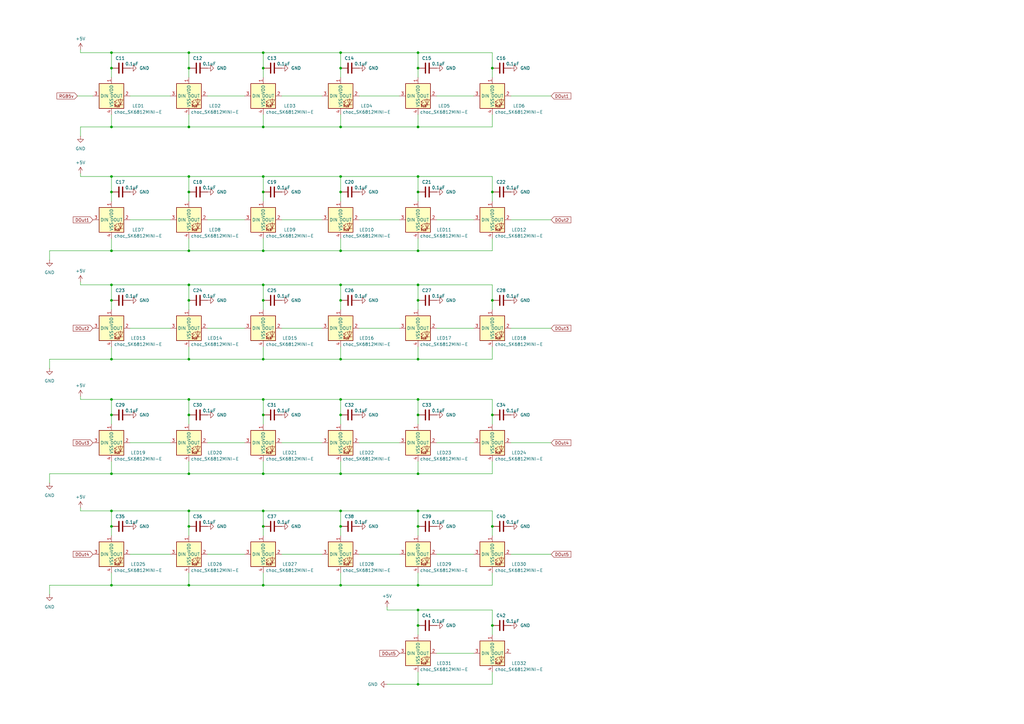
<source format=kicad_sch>
(kicad_sch (version 20231120) (generator "eeschema") (generator_version "8.0")
  (paper "A3")
  (lib_symbols
    (symbol "+5V_1" (power) (pin_names (offset 0))
      (property "Value" "+5V_1" (at 0 3.556 0))
      (symbol "+5V_1_0_1"
        (polyline (pts (xy -0.762 1.27) (xy 0 2.54)))
        (polyline (pts (xy 0 0) (xy 0 2.54)))
        (polyline (pts (xy 0 2.54) (xy 0.762 1.27)))
      )
      (symbol "+5V_1_1_1"
        (pin power_in line (at 0 0 90) (length 0) hide (name "+5V") (number "1"))
      )
    )
    (symbol "Device:C" (pin_numbers hide) (pin_names (offset 0.254))
      (property "Reference" "C" (at 0.635 2.54 0))
      (property "Value" "C" (at 0.635 -2.54 0))
      (symbol "C_0_1"
        (polyline (pts (xy -2.032 -0.762) (xy 2.032 -0.762)) (stroke (width 0.508)))
        (polyline (pts (xy -2.032 0.762) (xy 2.032 0.762)) (stroke (width 0.508)))
      )
      (symbol "C_1_1"
        (pin passive line (at 0 3.81 270) (length 2.794) (name "~") (number "1"))
        (pin passive line (at 0 -3.81 90) (length 2.794) (name "~") (number "2"))
      )
    )
    (symbol "PCM_marbastlib-choc:choc_SK6812MINI-E"
      (property "Reference" "LED" (at 2.54 6.35 0))
      (property "Value" "choc_SK6812MINI-E" (at 10.795 -6.35 0))
      (symbol "choc_SK6812MINI-E_0_0"
        (text "RGB" (at 2.286 -4.191 0) (effects (font (size 0.762 0.762))))
      )
      (symbol "choc_SK6812MINI-E_0_1"
        (rectangle (start -5.08 5.08) (end 5.08 -5.08) (stroke (width 0.254)) (fill (type background)))
        (polyline (pts (xy 1.27 -3.556) (xy 1.778 -3.556)))
        (polyline (pts (xy 1.27 -2.54) (xy 1.778 -2.54)))
        (polyline (pts (xy 4.699 -3.556) (xy 2.667 -3.556)))
        (polyline (pts (xy 2.286 -2.54) (xy 1.27 -3.556) (xy 1.27 -3.048)))
        (polyline (pts (xy 2.286 -1.524) (xy 1.27 -2.54) (xy 1.27 -2.032)))
        (polyline (pts (xy 3.683 -1.016) (xy 3.683 -3.556) (xy 3.683 -4.064)))
        (polyline (pts (xy 4.699 -1.524) (xy 2.667 -1.524) (xy 3.683 -3.556) (xy 4.699 -1.524)))
      )
      (symbol "choc_SK6812MINI-E_1_1"
        (pin power_in line (at 0 7.62 270) (length 2.54) (name "VDD") (number "1"))
        (pin output line (at 7.62 0 180) (length 2.54) (name "DOUT") (number "2"))
        (pin input line (at -7.62 0 0) (length 2.54) (name "DIN") (number "3"))
        (pin power_in line (at 0 -7.62 90) (length 2.54) (name "VSS") (number "4"))
      )
    )
    (symbol "power:GND" (power) (pin_numbers hide) (pin_names (offset 0) hide)
      (property "Value" "GND" (at 0 -3.81 0))
      (symbol "GND_0_1"
        (polyline (pts (xy 0 0) (xy 0 -1.27) (xy 1.27 -1.27) (xy 0 -2.54) (xy -1.27 -1.27) (xy 0 -1.27)))
      )
      (symbol "GND_1_1"
        (pin power_in line (at 0 0 270) (length 0) (name "~") (number "1"))
      )
    )
  )
  (junction (at 77.47 209.55))
  (junction (at 171.45 102.87))
  (junction (at 107.95 123.19))
  (junction (at 45.72 72.39))
  (junction (at 201.93 256.54))
  (junction (at 45.72 78.74))
  (junction (at 77.47 116.84))
  (junction (at 171.45 240.03))
  (junction (at 171.45 215.9))
  (junction (at 107.95 78.74))
  (junction (at 45.72 52.07))
  (junction (at 139.7 194.31))
  (junction (at 45.72 194.31))
  (junction (at 171.45 250.19))
  (junction (at 107.95 52.07))
  (junction (at 45.72 147.32))
  (junction (at 171.45 256.54))
  (junction (at 45.72 215.9))
  (junction (at 139.7 21.59))
  (junction (at 107.95 147.32))
  (junction (at 107.95 170.18))
  (junction (at 77.47 102.87))
  (junction (at 171.45 209.55))
  (junction (at 77.47 147.32))
  (junction (at 107.95 102.87))
  (junction (at 171.45 27.94))
  (junction (at 171.45 78.74))
  (junction (at 171.45 280.67))
  (junction (at 171.45 194.31))
  (junction (at 171.45 123.19))
  (junction (at 77.47 194.31))
  (junction (at 139.7 147.32))
  (junction (at 107.95 194.31))
  (junction (at 171.45 170.18))
  (junction (at 45.72 27.94))
  (junction (at 77.47 215.9))
  (junction (at 45.72 123.19))
  (junction (at 77.47 21.59))
  (junction (at 77.47 240.03))
  (junction (at 139.7 163.83))
  (junction (at 77.47 163.83))
  (junction (at 139.7 215.9))
  (junction (at 107.95 72.39))
  (junction (at 139.7 170.18))
  (junction (at 77.47 170.18))
  (junction (at 139.7 123.19))
  (junction (at 77.47 72.39))
  (junction (at 77.47 52.07))
  (junction (at 45.72 170.18))
  (junction (at 139.7 116.84))
  (junction (at 171.45 163.83))
  (junction (at 107.95 116.84))
  (junction (at 45.72 116.84))
  (junction (at 45.72 102.87))
  (junction (at 201.93 78.74))
  (junction (at 77.47 78.74))
  (junction (at 107.95 163.83))
  (junction (at 139.7 240.03))
  (junction (at 45.72 21.59))
  (junction (at 107.95 240.03))
  (junction (at 171.45 52.07))
  (junction (at 201.93 123.19))
  (junction (at 139.7 27.94))
  (junction (at 139.7 52.07))
  (junction (at 171.45 116.84))
  (junction (at 139.7 102.87))
  (junction (at 107.95 215.9))
  (junction (at 45.72 209.55))
  (junction (at 45.72 240.03))
  (junction (at 201.93 215.9))
  (junction (at 139.7 209.55))
  (junction (at 45.72 163.83))
  (junction (at 139.7 72.39))
  (junction (at 171.45 72.39))
  (junction (at 107.95 21.59))
  (junction (at 77.47 27.94))
  (junction (at 107.95 27.94))
  (junction (at 171.45 147.32))
  (junction (at 201.93 170.18))
  (junction (at 77.47 123.19))
  (junction (at 107.95 209.55))
  (junction (at 139.7 78.74))
  (junction (at 171.45 21.59))
  (junction (at 201.93 27.94))
  (wire (pts (xy 33.02 71.12) (xy 33.02 72.39)))
  (wire (pts (xy 45.72 21.59) (xy 77.47 21.59)))
  (wire (pts (xy 201.93 142.24) (xy 201.93 147.32)))
  (wire (pts (xy 45.72 52.07) (xy 33.02 52.07)))
  (wire (pts (xy 139.7 127) (xy 139.7 123.19)))
  (wire (pts (xy 107.95 21.59) (xy 139.7 21.59)))
  (wire (pts (xy 77.47 123.19) (xy 77.47 116.84)))
  (wire (pts (xy 171.45 147.32) (xy 139.7 147.32)))
  (wire (pts (xy 77.47 147.32) (xy 107.95 147.32)))
  (wire (pts (xy 171.45 97.79) (xy 171.45 102.87)))
  (wire (pts (xy 107.95 234.95) (xy 107.95 240.03)))
  (wire (pts (xy 201.93 123.19) (xy 201.93 116.84)))
  (wire (pts (xy 171.45 173.99) (xy 171.45 170.18)))
  (wire (pts (xy 139.7 209.55) (xy 171.45 209.55)))
  (wire (pts (xy 45.72 97.79) (xy 45.72 102.87)))
  (wire (pts (xy 107.95 27.94) (xy 107.95 21.59)))
  (wire (pts (xy 201.93 170.18) (xy 201.93 163.83)))
  (wire (pts (xy 20.32 240.03) (xy 45.72 240.03)))
  (wire (pts (xy 147.32 39.37) (xy 163.83 39.37)))
  (wire (pts (xy 139.7 240.03) (xy 107.95 240.03)))
  (wire (pts (xy 209.55 90.17) (xy 226.06 90.17)))
  (wire (pts (xy 77.47 21.59) (xy 107.95 21.59)))
  (wire (pts (xy 171.45 240.03) (xy 201.93 240.03)))
  (wire (pts (xy 158.75 248.92) (xy 158.75 250.19)))
  (wire (pts (xy 107.95 82.55) (xy 107.95 78.74)))
  (wire (pts (xy 107.95 31.75) (xy 107.95 27.94)))
  (wire (pts (xy 45.72 209.55) (xy 33.02 209.55)))
  (wire (pts (xy 20.32 102.87) (xy 20.32 106.68)))
  (wire (pts (xy 139.7 194.31) (xy 107.95 194.31)))
  (wire (pts (xy 33.02 208.28) (xy 33.02 209.55)))
  (wire (pts (xy 171.45 72.39) (xy 201.93 72.39)))
  (wire (pts (xy 139.7 234.95) (xy 139.7 240.03)))
  (wire (pts (xy 179.07 90.17) (xy 194.31 90.17)))
  (wire (pts (xy 139.7 27.94) (xy 139.7 21.59)))
  (wire (pts (xy 45.72 123.19) (xy 45.72 116.84)))
  (wire (pts (xy 20.32 194.31) (xy 20.32 198.12)))
  (wire (pts (xy 201.93 234.95) (xy 201.93 240.03)))
  (wire (pts (xy 53.34 134.62) (xy 69.85 134.62)))
  (wire (pts (xy 201.93 173.99) (xy 201.93 170.18)))
  (wire (pts (xy 171.45 46.99) (xy 171.45 52.07)))
  (wire (pts (xy 209.55 227.33) (xy 226.06 227.33)))
  (wire (pts (xy 77.47 194.31) (xy 45.72 194.31)))
  (wire (pts (xy 171.45 163.83) (xy 201.93 163.83)))
  (wire (pts (xy 171.45 116.84) (xy 201.93 116.84)))
  (wire (pts (xy 209.55 181.61) (xy 226.06 181.61)))
  (wire (pts (xy 139.7 52.07) (xy 107.95 52.07)))
  (wire (pts (xy 107.95 215.9) (xy 107.95 209.55)))
  (wire (pts (xy 107.95 127) (xy 107.95 123.19)))
  (wire (pts (xy 171.45 219.71) (xy 171.45 215.9)))
  (wire (pts (xy 115.57 39.37) (xy 132.08 39.37)))
  (wire (pts (xy 45.72 219.71) (xy 45.72 215.9)))
  (wire (pts (xy 45.72 189.23) (xy 45.72 194.31)))
  (wire (pts (xy 85.09 227.33) (xy 100.33 227.33)))
  (wire (pts (xy 139.7 173.99) (xy 139.7 170.18)))
  (wire (pts (xy 77.47 189.23) (xy 77.47 194.31)))
  (wire (pts (xy 139.7 123.19) (xy 139.7 116.84)))
  (wire (pts (xy 147.32 181.61) (xy 163.83 181.61)))
  (wire (pts (xy 77.47 116.84) (xy 107.95 116.84)))
  (wire (pts (xy 201.93 127) (xy 201.93 123.19)))
  (wire (pts (xy 139.7 82.55) (xy 139.7 78.74)))
  (wire (pts (xy 77.47 163.83) (xy 107.95 163.83)))
  (wire (pts (xy 171.45 194.31) (xy 201.93 194.31)))
  (wire (pts (xy 45.72 82.55) (xy 45.72 78.74)))
  (wire (pts (xy 171.45 215.9) (xy 171.45 209.55)))
  (wire (pts (xy 139.7 97.79) (xy 139.7 102.87)))
  (wire (pts (xy 171.45 27.94) (xy 171.45 21.59)))
  (wire (pts (xy 171.45 194.31) (xy 139.7 194.31)))
  (wire (pts (xy 77.47 97.79) (xy 77.47 102.87)))
  (wire (pts (xy 139.7 31.75) (xy 139.7 27.94)))
  (wire (pts (xy 77.47 82.55) (xy 77.47 78.74)))
  (wire (pts (xy 139.7 142.24) (xy 139.7 147.32)))
  (wire (pts (xy 33.02 52.07) (xy 33.02 55.88)))
  (wire (pts (xy 179.07 227.33) (xy 194.31 227.33)))
  (wire (pts (xy 107.95 170.18) (xy 107.95 163.83)))
  (wire (pts (xy 77.47 142.24) (xy 77.47 147.32)))
  (wire (pts (xy 171.45 250.19) (xy 158.75 250.19)))
  (wire (pts (xy 171.45 31.75) (xy 171.45 27.94)))
  (wire (pts (xy 201.93 27.94) (xy 201.93 21.59)))
  (wire (pts (xy 201.93 189.23) (xy 201.93 194.31)))
  (wire (pts (xy 45.72 215.9) (xy 45.72 209.55)))
  (wire (pts (xy 20.32 147.32) (xy 45.72 147.32)))
  (wire (pts (xy 209.55 134.62) (xy 226.06 134.62)))
  (wire (pts (xy 45.72 127) (xy 45.72 123.19)))
  (wire (pts (xy 33.02 162.56) (xy 33.02 163.83)))
  (wire (pts (xy 77.47 78.74) (xy 77.47 72.39)))
  (wire (pts (xy 45.72 21.59) (xy 33.02 21.59)))
  (wire (pts (xy 171.45 280.67) (xy 201.93 280.67)))
  (wire (pts (xy 77.47 147.32) (xy 45.72 147.32)))
  (wire (pts (xy 45.72 234.95) (xy 45.72 240.03)))
  (wire (pts (xy 139.7 219.71) (xy 139.7 215.9)))
  (wire (pts (xy 77.47 219.71) (xy 77.47 215.9)))
  (wire (pts (xy 147.32 227.33) (xy 163.83 227.33)))
  (wire (pts (xy 139.7 170.18) (xy 139.7 163.83)))
  (wire (pts (xy 107.95 123.19) (xy 107.95 116.84)))
  (wire (pts (xy 179.07 134.62) (xy 194.31 134.62)))
  (wire (pts (xy 171.45 78.74) (xy 171.45 72.39)))
  (wire (pts (xy 139.7 163.83) (xy 171.45 163.83)))
  (wire (pts (xy 85.09 181.61) (xy 100.33 181.61)))
  (wire (pts (xy 20.32 194.31) (xy 45.72 194.31)))
  (wire (pts (xy 171.45 123.19) (xy 171.45 116.84)))
  (wire (pts (xy 115.57 90.17) (xy 132.08 90.17)))
  (wire (pts (xy 171.45 102.87) (xy 139.7 102.87)))
  (wire (pts (xy 139.7 102.87) (xy 107.95 102.87)))
  (wire (pts (xy 85.09 90.17) (xy 100.33 90.17)))
  (wire (pts (xy 107.95 189.23) (xy 107.95 194.31)))
  (wire (pts (xy 20.32 240.03) (xy 20.32 243.84)))
  (wire (pts (xy 45.72 163.83) (xy 77.47 163.83)))
  (wire (pts (xy 171.45 52.07) (xy 201.93 52.07)))
  (wire (pts (xy 171.45 250.19) (xy 201.93 250.19)))
  (wire (pts (xy 107.95 97.79) (xy 107.95 102.87)))
  (wire (pts (xy 115.57 134.62) (xy 132.08 134.62)))
  (wire (pts (xy 45.72 116.84) (xy 33.02 116.84)))
  (wire (pts (xy 139.7 78.74) (xy 139.7 72.39)))
  (wire (pts (xy 201.93 260.35) (xy 201.93 256.54)))
  (wire (pts (xy 85.09 134.62) (xy 100.33 134.62)))
  (wire (pts (xy 45.72 72.39) (xy 33.02 72.39)))
  (wire (pts (xy 45.72 46.99) (xy 45.72 52.07)))
  (wire (pts (xy 45.72 116.84) (xy 77.47 116.84)))
  (wire (pts (xy 115.57 181.61) (xy 132.08 181.61)))
  (wire (pts (xy 77.47 46.99) (xy 77.47 52.07)))
  (wire (pts (xy 107.95 72.39) (xy 139.7 72.39)))
  (wire (pts (xy 77.47 173.99) (xy 77.47 170.18)))
  (wire (pts (xy 53.34 181.61) (xy 69.85 181.61)))
  (wire (pts (xy 209.55 39.37) (xy 226.06 39.37)))
  (wire (pts (xy 77.47 234.95) (xy 77.47 240.03)))
  (wire (pts (xy 107.95 209.55) (xy 139.7 209.55)))
  (wire (pts (xy 171.45 147.32) (xy 201.93 147.32)))
  (wire (pts (xy 45.72 209.55) (xy 77.47 209.55)))
  (wire (pts (xy 115.57 227.33) (xy 132.08 227.33)))
  (wire (pts (xy 107.95 163.83) (xy 139.7 163.83)))
  (wire (pts (xy 77.47 209.55) (xy 107.95 209.55)))
  (wire (pts (xy 107.95 173.99) (xy 107.95 170.18)))
  (wire (pts (xy 171.45 127) (xy 171.45 123.19)))
  (wire (pts (xy 77.47 31.75) (xy 77.47 27.94)))
  (wire (pts (xy 147.32 134.62) (xy 163.83 134.62)))
  (wire (pts (xy 45.72 31.75) (xy 45.72 27.94)))
  (wire (pts (xy 171.45 260.35) (xy 171.45 256.54)))
  (wire (pts (xy 45.72 170.18) (xy 45.72 163.83)))
  (wire (pts (xy 179.07 39.37) (xy 194.31 39.37)))
  (wire (pts (xy 77.47 240.03) (xy 107.95 240.03)))
  (wire (pts (xy 45.72 173.99) (xy 45.72 170.18)))
  (wire (pts (xy 201.93 256.54) (xy 201.93 250.19)))
  (wire (pts (xy 77.47 194.31) (xy 107.95 194.31)))
  (wire (pts (xy 139.7 21.59) (xy 171.45 21.59)))
  (wire (pts (xy 53.34 90.17) (xy 69.85 90.17)))
  (wire (pts (xy 171.45 102.87) (xy 201.93 102.87)))
  (wire (pts (xy 171.45 170.18) (xy 171.45 163.83)))
  (wire (pts (xy 107.95 116.84) (xy 139.7 116.84)))
  (wire (pts (xy 171.45 240.03) (xy 139.7 240.03)))
  (wire (pts (xy 77.47 27.94) (xy 77.47 21.59)))
  (wire (pts (xy 107.95 142.24) (xy 107.95 147.32)))
  (wire (pts (xy 33.02 20.32) (xy 33.02 21.59)))
  (wire (pts (xy 139.7 116.84) (xy 171.45 116.84)))
  (wire (pts (xy 171.45 142.24) (xy 171.45 147.32)))
  (wire (pts (xy 45.72 142.24) (xy 45.72 147.32)))
  (wire (pts (xy 201.93 31.75) (xy 201.93 27.94)))
  (wire (pts (xy 77.47 72.39) (xy 107.95 72.39)))
  (wire (pts (xy 201.93 46.99) (xy 201.93 52.07)))
  (wire (pts (xy 147.32 90.17) (xy 163.83 90.17)))
  (wire (pts (xy 171.45 189.23) (xy 171.45 194.31)))
  (wire (pts (xy 53.34 227.33) (xy 69.85 227.33)))
  (wire (pts (xy 171.45 275.59) (xy 171.45 280.67)))
  (wire (pts (xy 77.47 240.03) (xy 45.72 240.03)))
  (wire (pts (xy 107.95 219.71) (xy 107.95 215.9)))
  (wire (pts (xy 179.07 181.61) (xy 194.31 181.61)))
  (wire (pts (xy 77.47 52.07) (xy 45.72 52.07)))
  (wire (pts (xy 45.72 27.94) (xy 45.72 21.59)))
  (wire (pts (xy 201.93 82.55) (xy 201.93 78.74)))
  (wire (pts (xy 139.7 46.99) (xy 139.7 52.07)))
  (wire (pts (xy 33.02 115.57) (xy 33.02 116.84)))
  (wire (pts (xy 77.47 170.18) (xy 77.47 163.83)))
  (wire (pts (xy 77.47 127) (xy 77.47 123.19)))
  (wire (pts (xy 107.95 78.74) (xy 107.95 72.39)))
  (wire (pts (xy 171.45 52.07) (xy 139.7 52.07)))
  (wire (pts (xy 201.93 219.71) (xy 201.93 215.9)))
  (wire (pts (xy 77.47 102.87) (xy 45.72 102.87)))
  (wire (pts (xy 53.34 39.37) (xy 69.85 39.37)))
  (wire (pts (xy 20.32 147.32) (xy 20.32 151.13)))
  (wire (pts (xy 171.45 256.54) (xy 171.45 250.19)))
  (wire (pts (xy 45.72 78.74) (xy 45.72 72.39)))
  (wire (pts (xy 171.45 280.67) (xy 158.75 280.67)))
  (wire (pts (xy 139.7 147.32) (xy 107.95 147.32)))
  (wire (pts (xy 139.7 215.9) (xy 139.7 209.55)))
  (wire (pts (xy 201.93 78.74) (xy 201.93 72.39)))
  (wire (pts (xy 171.45 209.55) (xy 201.93 209.55)))
  (wire (pts (xy 77.47 215.9) (xy 77.47 209.55)))
  (wire (pts (xy 85.09 39.37) (xy 100.33 39.37)))
  (wire (pts (xy 139.7 72.39) (xy 171.45 72.39)))
  (wire (pts (xy 45.72 163.83) (xy 33.02 163.83)))
  (wire (pts (xy 201.93 275.59) (xy 201.93 280.67)))
  (wire (pts (xy 77.47 102.87) (xy 107.95 102.87)))
  (wire (pts (xy 20.32 102.87) (xy 45.72 102.87)))
  (wire (pts (xy 77.47 52.07) (xy 107.95 52.07)))
  (wire (pts (xy 45.72 72.39) (xy 77.47 72.39)))
  (wire (pts (xy 171.45 21.59) (xy 201.93 21.59)))
  (wire (pts (xy 201.93 97.79) (xy 201.93 102.87)))
  (wire (pts (xy 201.93 215.9) (xy 201.93 209.55)))
  (wire (pts (xy 31.75 39.37) (xy 38.1 39.37)))
  (wire (pts (xy 171.45 82.55) (xy 171.45 78.74)))
  (wire (pts (xy 179.07 267.97) (xy 194.31 267.97)))
  (wire (pts (xy 171.45 234.95) (xy 171.45 240.03)))
  (wire (pts (xy 139.7 189.23) (xy 139.7 194.31)))
  (wire (pts (xy 107.95 46.99) (xy 107.95 52.07)))
  (global_label "DOut2" (shape input) (at 226.06 90.17 0) (property "Intersheetrefs" "${INTERSHEET_REFS}" (effects (hide yes))))
  (global_label "DOut2" (shape input) (at 38.1 134.62 180) (property "Intersheetrefs" "${INTERSHEET_REFS}" (effects (hide yes))))
  (global_label "DOut4" (shape input) (at 38.1 227.33 180) (property "Intersheetrefs" "${INTERSHEET_REFS}" (effects (hide yes))))
  (global_label "DOut1" (shape input) (at 38.1 90.17 180) (property "Intersheetrefs" "${INTERSHEET_REFS}" (effects (hide yes))))
  (global_label "DOut1" (shape input) (at 226.06 39.37 0) (property "Intersheetrefs" "${INTERSHEET_REFS}" (effects (hide yes))))
  (global_label "DOut5" (shape input) (at 163.83 267.97 180) (property "Intersheetrefs" "${INTERSHEET_REFS}" (effects (hide yes))))
  (global_label "DOut3" (shape input) (at 226.06 134.62 0) (property "Intersheetrefs" "${INTERSHEET_REFS}" (effects (hide yes))))
  (global_label "DOut4" (shape input) (at 226.06 181.61 0) (property "Intersheetrefs" "${INTERSHEET_REFS}" (effects (hide yes))))
  (global_label "DOut5" (shape input) (at 226.06 227.33 0) (property "Intersheetrefs" "${INTERSHEET_REFS}" (effects (hide yes))))
  (global_label "DOut3" (shape input) (at 38.1 181.61 180) (property "Intersheetrefs" "${INTERSHEET_REFS}" (effects (hide yes))))
  (global_label "RGB5v" (shape input) (at 31.75 39.37 180) (property "Intersheetrefs" "${INTERSHEET_REFS}" (effects (hide yes))))
  (symbol (lib_id "Device:C") (at 111.76 78.74 90) (unit 1)
    (property "Reference" "C19" (at 111.506 74.676 90))
    (property "Value" "0.1uF" (at 116.332 76.962 90))
    (property "Footprint" "Capacitor_SMD:C_0402_1005Metric" (effects (hide yes)))
    (property "Description" "Unpolarized capacitor" (effects (hide yes)))
  )
  (symbol (lib_id "Device:C") (at 111.76 170.18 90) (unit 1)
    (property "Reference" "C31" (at 111.506 166.116 90))
    (property "Value" "0.1uF" (at 116.332 168.402 90))
    (property "Footprint" "Capacitor_SMD:C_0402_1005Metric" (effects (hide yes)))
    (property "Description" "Unpolarized capacitor" (effects (hide yes)))
  )
  (symbol (lib_id "PCM_marbastlib-choc:choc_SK6812MINI-E") (at 107.95 90.17 0) (unit 1)
    (property "Reference" "LED9" (at 118.872 94.234 0))
    (property "Value" "choc_SK6812MINI-E" (at 118.872 96.774 0))
    (property "Footprint" "PCM_marbastlib-choc:LED_choc_6028R" (effects (hide yes)))
    (property "Description" "Reverse mount adressable LED (WS2812 protocol)" (effects (hide yes)))
  )
  (symbol (lib_id "PCM_marbastlib-choc:choc_SK6812MINI-E") (at 201.93 227.33 0) (unit 1)
    (property "Reference" "LED30" (at 212.852 231.394 0))
    (property "Value" "choc_SK6812MINI-E" (at 212.852 233.934 0))
    (property "Footprint" "PCM_marbastlib-choc:LED_choc_6028R" (effects (hide yes)))
    (property "Description" "Reverse mount adressable LED (WS2812 protocol)" (effects (hide yes)))
  )
  (symbol (lib_id "power:GND") (at 179.07 215.9 90) (unit 1)
    (property "Reference" "#PWR053" (effects (hide yes)))
    (property "Value" "GND" (at 182.88 215.8999 90) (effects (justify right)))
    (property "Description" "Power symbol creates a global label with name \"GND\" , ground" (effects (hide yes)))
  )
  (symbol (lib_id "Device:C") (at 81.28 123.19 90) (unit 1)
    (property "Reference" "C24" (at 81.026 119.126 90))
    (property "Value" "0.1uF" (at 85.852 121.412 90))
    (property "Footprint" "Capacitor_SMD:C_0402_1005Metric" (effects (hide yes)))
    (property "Description" "Unpolarized capacitor" (effects (hide yes)))
  )
  (symbol (lib_id "PCM_marbastlib-choc:choc_SK6812MINI-E") (at 45.72 227.33 0) (unit 1)
    (property "Reference" "LED25" (at 56.642 231.394 0))
    (property "Value" "choc_SK6812MINI-E" (at 56.642 233.934 0))
    (property "Footprint" "PCM_marbastlib-choc:LED_choc_6028R" (effects (hide yes)))
    (property "Description" "Reverse mount adressable LED (WS2812 protocol)" (effects (hide yes)))
  )
  (symbol (lib_id "Device:C") (at 205.74 215.9 90) (unit 1)
    (property "Reference" "C40" (at 205.486 211.836 90))
    (property "Value" "0.1uF" (at 210.312 214.122 90))
    (property "Footprint" "Capacitor_SMD:C_0402_1005Metric" (effects (hide yes)))
    (property "Description" "Unpolarized capacitor" (effects (hide yes)))
  )
  (symbol (lib_id "Device:C") (at 205.74 27.94 90) (unit 1)
    (property "Reference" "C16" (at 205.486 23.876 90))
    (property "Value" "0.1uF" (at 210.312 26.162 90))
    (property "Footprint" "Capacitor_SMD:C_0402_1005Metric" (effects (hide yes)))
    (property "Description" "Unpolarized capacitor" (effects (hide yes)))
  )
  (symbol (lib_id "power:GND") (at 209.55 256.54 90) (unit 1)
    (property "Reference" "#PWR058" (effects (hide yes)))
    (property "Value" "GND" (at 213.36 256.5399 90) (effects (justify right)))
    (property "Description" "Power symbol creates a global label with name \"GND\" , ground" (effects (hide yes)))
  )
  (symbol (lib_id "PCM_marbastlib-choc:choc_SK6812MINI-E") (at 77.47 181.61 0) (unit 1)
    (property "Reference" "LED20" (at 88.138 185.674 0))
    (property "Value" "choc_SK6812MINI-E" (at 88.138 188.214 0))
    (property "Footprint" "PCM_marbastlib-choc:LED_choc_6028R" (effects (hide yes)))
    (property "Description" "Reverse mount adressable LED (WS2812 protocol)" (effects (hide yes)))
  )
  (symbol (lib_id "PCM_marbastlib-choc:choc_SK6812MINI-E") (at 171.45 181.61 0) (unit 1)
    (property "Reference" "LED23" (at 182.118 185.674 0))
    (property "Value" "choc_SK6812MINI-E" (at 182.118 188.214 0))
    (property "Footprint" "PCM_marbastlib-choc:LED_choc_6028R" (effects (hide yes)))
    (property "Description" "Reverse mount adressable LED (WS2812 protocol)" (effects (hide yes)))
  )
  (symbol (lib_id "power:GND") (at 115.57 215.9 90) (unit 1)
    (property "Reference" "#PWR051" (effects (hide yes)))
    (property "Value" "GND" (at 119.38 215.8999 90) (effects (justify right)))
    (property "Description" "Power symbol creates a global label with name \"GND\" , ground" (effects (hide yes)))
  )
  (symbol (lib_id "Device:C") (at 143.51 215.9 90) (unit 1)
    (property "Reference" "C38" (at 143.256 211.836 90))
    (property "Value" "0.1uF" (at 148.082 214.122 90))
    (property "Footprint" "Capacitor_SMD:C_0402_1005Metric" (effects (hide yes)))
    (property "Description" "Unpolarized capacitor" (effects (hide yes)))
  )
  (symbol (lib_id "PCM_marbastlib-choc:choc_SK6812MINI-E") (at 77.47 39.37 0) (unit 1)
    (property "Reference" "LED2" (at 88.138 43.434 0))
    (property "Value" "choc_SK6812MINI-E" (at 88.138 45.974 0))
    (property "Footprint" "PCM_marbastlib-choc:LED_choc_6028R" (effects (hide yes)))
    (property "Description" "Reverse mount adressable LED (WS2812 protocol)" (effects (hide yes)))
  )
  (symbol (lib_id "Device:C") (at 175.26 256.54 90) (unit 1)
    (property "Reference" "C41" (at 175.006 252.476 90))
    (property "Value" "0.1uF" (at 179.832 254.762 90))
    (property "Footprint" "Capacitor_SMD:C_0402_1005Metric" (effects (hide yes)))
    (property "Description" "Unpolarized capacitor" (effects (hide yes)))
  )
  (symbol (lib_id "Device:C") (at 205.74 256.54 90) (unit 1)
    (property "Reference" "C42" (at 205.486 252.476 90))
    (property "Value" "0.1uF" (at 210.312 254.762 90))
    (property "Footprint" "Capacitor_SMD:C_0402_1005Metric" (effects (hide yes)))
    (property "Description" "Unpolarized capacitor" (effects (hide yes)))
  )
  (symbol (lib_id "Device:C") (at 143.51 27.94 90) (unit 1)
    (property "Reference" "C14" (at 143.256 23.876 90))
    (property "Value" "0.1uF" (at 148.082 26.162 90))
    (property "Footprint" "Capacitor_SMD:C_0402_1005Metric" (effects (hide yes)))
    (property "Description" "Unpolarized capacitor" (effects (hide yes)))
  )
  (symbol (lib_id "Device:C") (at 49.53 170.18 90) (unit 1)
    (property "Reference" "C29" (at 49.276 166.116 90))
    (property "Value" "0.1uF" (at 54.102 168.402 90))
    (property "Footprint" "Capacitor_SMD:C_0402_1005Metric" (effects (hide yes)))
    (property "Description" "Unpolarized capacitor" (effects (hide yes)))
  )
  (symbol (lib_id "power:GND") (at 147.32 123.19 90) (unit 1)
    (property "Reference" "#PWR036" (effects (hide yes)))
    (property "Value" "GND" (at 151.13 123.1899 90) (effects (justify right)))
    (property "Description" "Power symbol creates a global label with name \"GND\" , ground" (effects (hide yes)))
  )
  (symbol (lib_id "power:GND") (at 179.07 256.54 90) (unit 1)
    (property "Reference" "#PWR057" (effects (hide yes)))
    (property "Value" "GND" (at 182.88 256.5399 90) (effects (justify right)))
    (property "Description" "Power symbol creates a global label with name \"GND\" , ground" (effects (hide yes)))
  )
  (symbol (lib_id "power:GND") (at 53.34 27.94 90) (unit 1)
    (property "Reference" "#PWR017" (effects (hide yes)))
    (property "Value" "GND" (at 57.15 27.9399 90) (effects (justify right)))
    (property "Description" "Power symbol creates a global label with name \"GND\" , ground" (effects (hide yes)))
  )
  (symbol (lib_id "power:GND") (at 179.07 78.74 90) (unit 1)
    (property "Reference" "#PWR029" (effects (hide yes)))
    (property "Value" "GND" (at 182.88 78.7399 90) (effects (justify right)))
    (property "Description" "Power symbol creates a global label with name \"GND\" , ground" (effects (hide yes)))
  )
  (symbol (lib_id "power:GND") (at 20.32 198.12 0) (unit 1)
    (property "Reference" "#PWR047" (effects (hide yes)))
    (property "Value" "GND" (at 20.32 203.2 0))
    (property "Description" "Power symbol creates a global label with name \"GND\" , ground" (effects (hide yes)))
  )
  (symbol (lib_id "power:GND") (at 147.32 215.9 90) (unit 1)
    (property "Reference" "#PWR052" (effects (hide yes)))
    (property "Value" "GND" (at 151.13 215.8999 90) (effects (justify right)))
    (property "Description" "Power symbol creates a global label with name \"GND\" , ground" (effects (hide yes)))
  )
  (symbol (lib_id "power:GND") (at 85.09 27.94 90) (unit 1)
    (property "Reference" "#PWR018" (effects (hide yes)))
    (property "Value" "GND" (at 88.9 27.9399 90) (effects (justify right)))
    (property "Description" "Power symbol creates a global label with name \"GND\" , ground" (effects (hide yes)))
  )
  (symbol (lib_id "power:GND") (at 53.34 170.18 90) (unit 1)
    (property "Reference" "#PWR041" (effects (hide yes)))
    (property "Value" "GND" (at 57.15 170.1799 90) (effects (justify right)))
    (property "Description" "Power symbol creates a global label with name \"GND\" , ground" (effects (hide yes)))
  )
  (symbol (lib_id "PCM_marbastlib-choc:choc_SK6812MINI-E") (at 201.93 267.97 0) (unit 1)
    (property "Reference" "LED32" (at 212.852 272.034 0))
    (property "Value" "choc_SK6812MINI-E" (at 212.852 274.574 0))
    (property "Footprint" "PCM_marbastlib-choc:LED_choc_6028R" (effects (hide yes)))
    (property "Description" "Reverse mount adressable LED (WS2812 protocol)" (effects (hide yes)))
  )
  (symbol (lib_id "PCM_marbastlib-choc:choc_SK6812MINI-E") (at 139.7 39.37 0) (unit 1)
    (property "Reference" "LED4" (at 150.368 43.434 0))
    (property "Value" "choc_SK6812MINI-E" (at 150.368 45.974 0))
    (property "Footprint" "PCM_marbastlib-choc:LED_choc_6028R" (effects (hide yes)))
    (property "Description" "Reverse mount adressable LED (WS2812 protocol)" (effects (hide yes)))
  )
  (symbol (lib_id "Device:C") (at 175.26 170.18 90) (unit 1)
    (property "Reference" "C33" (at 175.006 166.116 90))
    (property "Value" "0.1uF" (at 179.832 168.402 90))
    (property "Footprint" "Capacitor_SMD:C_0402_1005Metric" (effects (hide yes)))
    (property "Description" "Unpolarized capacitor" (effects (hide yes)))
  )
  (symbol (lib_id "PCM_marbastlib-choc:choc_SK6812MINI-E") (at 139.7 181.61 0) (unit 1)
    (property "Reference" "LED22" (at 150.368 185.674 0))
    (property "Value" "choc_SK6812MINI-E" (at 150.368 188.214 0))
    (property "Footprint" "PCM_marbastlib-choc:LED_choc_6028R" (effects (hide yes)))
    (property "Description" "Reverse mount adressable LED (WS2812 protocol)" (effects (hide yes)))
  )
  (symbol (lib_id "PCM_marbastlib-choc:choc_SK6812MINI-E") (at 45.72 134.62 0) (unit 1)
    (property "Reference" "LED13" (at 56.642 138.684 0))
    (property "Value" "choc_SK6812MINI-E" (at 56.642 141.224 0))
    (property "Footprint" "PCM_marbastlib-choc:LED_choc_6028R" (effects (hide yes)))
    (property "Description" "Reverse mount adressable LED (WS2812 protocol)" (effects (hide yes)))
  )
  (symbol (lib_id "PCM_marbastlib-choc:choc_SK6812MINI-E") (at 45.72 90.17 0) (unit 1)
    (property "Reference" "LED7" (at 56.642 94.234 0))
    (property "Value" "choc_SK6812MINI-E" (at 56.642 96.774 0))
    (property "Footprint" "PCM_marbastlib-choc:LED_choc_6028R" (effects (hide yes)))
    (property "Description" "Reverse mount adressable LED (WS2812 protocol)" (effects (hide yes)))
  )
  (symbol (lib_id "Device:C") (at 143.51 78.74 90) (unit 1)
    (property "Reference" "C20" (at 143.256 74.676 90))
    (property "Value" "0.1uF" (at 148.082 76.962 90))
    (property "Footprint" "Capacitor_SMD:C_0402_1005Metric" (effects (hide yes)))
    (property "Description" "Unpolarized capacitor" (effects (hide yes)))
  )
  (symbol (lib_id "power:GND") (at 158.75 280.67 270) (unit 1)
    (property "Reference" "#PWR059" (effects (hide yes)))
    (property "Value" "GND" (at 154.94 280.6699 90) (effects (justify right)))
    (property "Description" "Power symbol creates a global label with name \"GND\" , ground" (effects (hide yes)))
  )
  (symbol (lib_id "Device:C") (at 111.76 123.19 90) (unit 1)
    (property "Reference" "C25" (at 111.506 119.126 90))
    (property "Value" "0.1uF" (at 116.332 121.412 90))
    (property "Footprint" "Capacitor_SMD:C_0402_1005Metric" (effects (hide yes)))
    (property "Description" "Unpolarized capacitor" (effects (hide yes)))
  )
  (symbol (lib_id "PCM_marbastlib-choc:choc_SK6812MINI-E") (at 171.45 227.33 0) (unit 1)
    (property "Reference" "LED29" (at 182.118 231.394 0))
    (property "Value" "choc_SK6812MINI-E" (at 182.118 233.934 0))
    (property "Footprint" "PCM_marbastlib-choc:LED_choc_6028R" (effects (hide yes)))
    (property "Description" "Reverse mount adressable LED (WS2812 protocol)" (effects (hide yes)))
  )
  (symbol (lib_id "power:GND") (at 115.57 170.18 90) (unit 1)
    (property "Reference" "#PWR043" (effects (hide yes)))
    (property "Value" "GND" (at 119.38 170.1799 90) (effects (justify right)))
    (property "Description" "Power symbol creates a global label with name \"GND\" , ground" (effects (hide yes)))
  )
  (symbol (lib_id "power:GND") (at 20.32 243.84 0) (unit 1)
    (property "Reference" "#PWR055" (effects (hide yes)))
    (property "Value" "GND" (at 20.32 248.92 0))
    (property "Description" "Power symbol creates a global label with name \"GND\" , ground" (effects (hide yes)))
  )
  (symbol (lib_id "Device:C") (at 143.51 170.18 90) (unit 1)
    (property "Reference" "C32" (at 143.256 166.116 90))
    (property "Value" "0.1uF" (at 148.082 168.402 90))
    (property "Footprint" "Capacitor_SMD:C_0402_1005Metric" (effects (hide yes)))
    (property "Description" "Unpolarized capacitor" (effects (hide yes)))
  )
  (symbol (lib_id "Device:C") (at 49.53 27.94 90) (unit 1)
    (property "Reference" "C11" (at 49.276 23.876 90))
    (property "Value" "0.1uF" (at 54.102 26.162 90))
    (property "Footprint" "Capacitor_SMD:C_0402_1005Metric" (effects (hide yes)))
    (property "Description" "Unpolarized capacitor" (effects (hide yes)))
  )
  (symbol (lib_id "Device:C") (at 111.76 215.9 90) (unit 1)
    (property "Reference" "C37" (at 111.506 211.836 90))
    (property "Value" "0.1uF" (at 116.332 214.122 90))
    (property "Footprint" "Capacitor_SMD:C_0402_1005Metric" (effects (hide yes)))
    (property "Description" "Unpolarized capacitor" (effects (hide yes)))
  )
  (symbol (lib_id "power:GND") (at 33.02 55.88 0) (unit 1)
    (property "Reference" "#PWR023" (effects (hide yes)))
    (property "Value" "GND" (at 33.02 60.96 0))
    (property "Description" "Power symbol creates a global label with name \"GND\" , ground" (effects (hide yes)))
  )
  (symbol (lib_id "Device:C") (at 111.76 27.94 90) (unit 1)
    (property "Reference" "C13" (at 111.506 23.876 90))
    (property "Value" "0.1uF" (at 116.332 26.162 90))
    (property "Footprint" "Capacitor_SMD:C_0402_1005Metric" (effects (hide yes)))
    (property "Description" "Unpolarized capacitor" (effects (hide yes)))
  )
  (symbol (lib_id "Device:C") (at 143.51 123.19 90) (unit 1)
    (property "Reference" "C26" (at 143.256 119.126 90))
    (property "Value" "0.1uF" (at 148.082 121.412 90))
    (property "Footprint" "Capacitor_SMD:C_0402_1005Metric" (effects (hide yes)))
    (property "Description" "Unpolarized capacitor" (effects (hide yes)))
  )
  (symbol (lib_id "power:GND") (at 209.55 27.94 90) (unit 1)
    (property "Reference" "#PWR022" (effects (hide yes)))
    (property "Value" "GND" (at 213.36 27.9399 90) (effects (justify right)))
    (property "Description" "Power symbol creates a global label with name \"GND\" , ground" (effects (hide yes)))
  )
  (symbol (lib_id "PCM_marbastlib-choc:choc_SK6812MINI-E") (at 139.7 90.17 0) (unit 1)
    (property "Reference" "LED10" (at 150.368 94.234 0))
    (property "Value" "choc_SK6812MINI-E" (at 150.368 96.774 0))
    (property "Footprint" "PCM_marbastlib-choc:LED_choc_6028R" (effects (hide yes)))
    (property "Description" "Reverse mount adressable LED (WS2812 protocol)" (effects (hide yes)))
  )
  (symbol (lib_id "PCM_marbastlib-choc:choc_SK6812MINI-E") (at 171.45 134.62 0) (unit 1)
    (property "Reference" "LED17" (at 182.118 138.684 0))
    (property "Value" "choc_SK6812MINI-E" (at 182.118 141.224 0))
    (property "Footprint" "PCM_marbastlib-choc:LED_choc_6028R" (effects (hide yes)))
    (property "Description" "Reverse mount adressable LED (WS2812 protocol)" (effects (hide yes)))
  )
  (symbol (lib_id "Device:C") (at 175.26 215.9 90) (unit 1)
    (property "Reference" "C39" (at 175.006 211.836 90))
    (property "Value" "0.1uF" (at 179.832 214.122 90))
    (property "Footprint" "Capacitor_SMD:C_0402_1005Metric" (effects (hide yes)))
    (property "Description" "Unpolarized capacitor" (effects (hide yes)))
  )
  (symbol (lib_id "power:GND") (at 209.55 215.9 90) (unit 1)
    (property "Reference" "#PWR054" (effects (hide yes)))
    (property "Value" "GND" (at 213.36 215.8999 90) (effects (justify right)))
    (property "Description" "Power symbol creates a global label with name \"GND\" , ground" (effects (hide yes)))
  )
  (symbol (lib_id "power:GND") (at 20.32 106.68 0) (unit 1)
    (property "Reference" "#PWR031" (effects (hide yes)))
    (property "Value" "GND" (at 20.32 111.76 0))
    (property "Description" "Power symbol creates a global label with name \"GND\" , ground" (effects (hide yes)))
  )
  (symbol (lib_id "power:GND") (at 209.55 78.74 90) (unit 1)
    (property "Reference" "#PWR030" (effects (hide yes)))
    (property "Value" "GND" (at 213.36 78.7399 90) (effects (justify right)))
    (property "Description" "Power symbol creates a global label with name \"GND\" , ground" (effects (hide yes)))
  )
  (symbol (lib_id "power:GND") (at 85.09 78.74 90) (unit 1)
    (property "Reference" "#PWR026" (effects (hide yes)))
    (property "Value" "GND" (at 88.9 78.7399 90) (effects (justify right)))
    (property "Description" "Power symbol creates a global label with name \"GND\" , ground" (effects (hide yes)))
  )
  (symbol (lib_id "PCM_marbastlib-choc:choc_SK6812MINI-E") (at 201.93 181.61 0) (unit 1)
    (property "Reference" "LED24" (at 212.852 185.674 0))
    (property "Value" "choc_SK6812MINI-E" (at 212.852 188.214 0))
    (property "Footprint" "PCM_marbastlib-choc:LED_choc_6028R" (effects (hide yes)))
    (property "Description" "Reverse mount adressable LED (WS2812 protocol)" (effects (hide yes)))
  )
  (symbol (lib_id "power:GND") (at 179.07 27.94 90) (unit 1)
    (property "Reference" "#PWR021" (effects (hide yes)))
    (property "Value" "GND" (at 182.88 27.9399 90) (effects (justify right)))
    (property "Description" "Power symbol creates a global label with name \"GND\" , ground" (effects (hide yes)))
  )
  (symbol (lib_id "PCM_marbastlib-choc:choc_SK6812MINI-E") (at 107.95 134.62 0) (unit 1)
    (property "Reference" "LED15" (at 118.872 138.684 0))
    (property "Value" "choc_SK6812MINI-E" (at 118.872 141.224 0))
    (property "Footprint" "PCM_marbastlib-choc:LED_choc_6028R" (effects (hide yes)))
    (property "Description" "Reverse mount adressable LED (WS2812 protocol)" (effects (hide yes)))
  )
  (symbol (lib_name "+5V_1") (lib_id "power:+5V") (at 33.02 208.28 0) (unit 1)
    (property "Reference" "#PWR048" (effects (hide yes)))
    (property "Value" "+5V" (at 33.02 203.835 0))
  )
  (symbol (lib_id "PCM_marbastlib-choc:choc_SK6812MINI-E") (at 139.7 227.33 0) (unit 1)
    (property "Reference" "LED28" (at 150.368 231.394 0))
    (property "Value" "choc_SK6812MINI-E" (at 150.368 233.934 0))
    (property "Footprint" "PCM_marbastlib-choc:LED_choc_6028R" (effects (hide yes)))
    (property "Description" "Reverse mount adressable LED (WS2812 protocol)" (effects (hide yes)))
  )
  (symbol (lib_id "PCM_marbastlib-choc:choc_SK6812MINI-E") (at 171.45 90.17 0) (unit 1)
    (property "Reference" "LED11" (at 182.118 94.234 0))
    (property "Value" "choc_SK6812MINI-E" (at 182.118 96.774 0))
    (property "Footprint" "PCM_marbastlib-choc:LED_choc_6028R" (effects (hide yes)))
    (property "Description" "Reverse mount adressable LED (WS2812 protocol)" (effects (hide yes)))
  )
  (symbol (lib_id "PCM_marbastlib-choc:choc_SK6812MINI-E") (at 45.72 181.61 0) (unit 1)
    (property "Reference" "LED19" (at 56.642 185.674 0))
    (property "Value" "choc_SK6812MINI-E" (at 56.642 188.214 0))
    (property "Footprint" "PCM_marbastlib-choc:LED_choc_6028R" (effects (hide yes)))
    (property "Description" "Reverse mount adressable LED (WS2812 protocol)" (effects (hide yes)))
  )
  (symbol (lib_id "power:GND") (at 53.34 215.9 90) (unit 1)
    (property "Reference" "#PWR049" (effects (hide yes)))
    (property "Value" "GND" (at 57.15 215.8999 90) (effects (justify right)))
    (property "Description" "Power symbol creates a global label with name \"GND\" , ground" (effects (hide yes)))
  )
  (symbol (lib_id "PCM_marbastlib-choc:choc_SK6812MINI-E") (at 201.93 134.62 0) (unit 1)
    (property "Reference" "LED18" (at 212.852 138.684 0))
    (property "Value" "choc_SK6812MINI-E" (at 212.852 141.224 0))
    (property "Footprint" "PCM_marbastlib-choc:LED_choc_6028R" (effects (hide yes)))
    (property "Description" "Reverse mount adressable LED (WS2812 protocol)" (effects (hide yes)))
  )
  (symbol (lib_id "power:GND") (at 179.07 123.19 90) (unit 1)
    (property "Reference" "#PWR037" (effects (hide yes)))
    (property "Value" "GND" (at 182.88 123.1899 90) (effects (justify right)))
    (property "Description" "Power symbol creates a global label with name \"GND\" , ground" (effects (hide yes)))
  )
  (symbol (lib_id "power:GND") (at 53.34 78.74 90) (unit 1)
    (property "Reference" "#PWR025" (effects (hide yes)))
    (property "Value" "GND" (at 57.15 78.7399 90) (effects (justify right)))
    (property "Description" "Power symbol creates a global label with name \"GND\" , ground" (effects (hide yes)))
  )
  (symbol (lib_id "PCM_marbastlib-choc:choc_SK6812MINI-E") (at 201.93 39.37 0) (unit 1)
    (property "Reference" "LED6" (at 212.852 43.434 0))
    (property "Value" "choc_SK6812MINI-E" (at 212.852 45.974 0))
    (property "Footprint" "PCM_marbastlib-choc:LED_choc_6028R" (effects (hide yes)))
    (property "Description" "Reverse mount adressable LED (WS2812 protocol)" (effects (hide yes)))
  )
  (symbol (lib_id "power:GND") (at 147.32 170.18 90) (unit 1)
    (property "Reference" "#PWR044" (effects (hide yes)))
    (property "Value" "GND" (at 151.13 170.1799 90) (effects (justify right)))
    (property "Description" "Power symbol creates a global label with name \"GND\" , ground" (effects (hide yes)))
  )
  (symbol (lib_id "PCM_marbastlib-choc:choc_SK6812MINI-E") (at 171.45 39.37 0) (unit 1)
    (property "Reference" "LED5" (at 182.118 43.434 0))
    (property "Value" "choc_SK6812MINI-E" (at 182.118 45.974 0))
    (property "Footprint" "PCM_marbastlib-choc:LED_choc_6028R" (effects (hide yes)))
    (property "Description" "Reverse mount adressable LED (WS2812 protocol)" (effects (hide yes)))
  )
  (symbol (lib_id "PCM_marbastlib-choc:choc_SK6812MINI-E") (at 107.95 181.61 0) (unit 1)
    (property "Reference" "LED21" (at 118.872 185.674 0))
    (property "Value" "choc_SK6812MINI-E" (at 118.872 188.214 0))
    (property "Footprint" "PCM_marbastlib-choc:LED_choc_6028R" (effects (hide yes)))
    (property "Description" "Reverse mount adressable LED (WS2812 protocol)" (effects (hide yes)))
  )
  (symbol (lib_id "PCM_marbastlib-choc:choc_SK6812MINI-E") (at 139.7 134.62 0) (unit 1)
    (property "Reference" "LED16" (at 150.368 138.684 0))
    (property "Value" "choc_SK6812MINI-E" (at 150.368 141.224 0))
    (property "Footprint" "PCM_marbastlib-choc:LED_choc_6028R" (effects (hide yes)))
    (property "Description" "Reverse mount adressable LED (WS2812 protocol)" (effects (hide yes)))
  )
  (symbol (lib_id "Device:C") (at 175.26 123.19 90) (unit 1)
    (property "Reference" "C27" (at 175.006 119.126 90))
    (property "Value" "0.1uF" (at 179.832 121.412 90))
    (property "Footprint" "Capacitor_SMD:C_0402_1005Metric" (effects (hide yes)))
    (property "Description" "Unpolarized capacitor" (effects (hide yes)))
  )
  (symbol (lib_id "Device:C") (at 205.74 78.74 90) (unit 1)
    (property "Reference" "C22" (at 205.486 74.676 90))
    (property "Value" "0.1uF" (at 210.312 76.962 90))
    (property "Footprint" "Capacitor_SMD:C_0402_1005Metric" (effects (hide yes)))
    (property "Description" "Unpolarized capacitor" (effects (hide yes)))
  )
  (symbol (lib_id "power:GND") (at 85.09 215.9 90) (unit 1)
    (property "Reference" "#PWR050" (effects (hide yes)))
    (property "Value" "GND" (at 88.9 215.8999 90) (effects (justify right)))
    (property "Description" "Power symbol creates a global label with name \"GND\" , ground" (effects (hide yes)))
  )
  (symbol (lib_id "Device:C") (at 81.28 215.9 90) (unit 1)
    (property "Reference" "C36" (at 81.026 211.836 90))
    (property "Value" "0.1uF" (at 85.852 214.122 90))
    (property "Footprint" "Capacitor_SMD:C_0402_1005Metric" (effects (hide yes)))
    (property "Description" "Unpolarized capacitor" (effects (hide yes)))
  )
  (symbol (lib_id "power:GND") (at 115.57 27.94 90) (unit 1)
    (property "Reference" "#PWR019" (effects (hide yes)))
    (property "Value" "GND" (at 119.38 27.9399 90) (effects (justify right)))
    (property "Description" "Power symbol creates a global label with name \"GND\" , ground" (effects (hide yes)))
  )
  (symbol (lib_id "Device:C") (at 81.28 78.74 90) (unit 1)
    (property "Reference" "C18" (at 81.026 74.676 90))
    (property "Value" "0.1uF" (at 85.852 76.962 90))
    (property "Footprint" "Capacitor_SMD:C_0402_1005Metric" (effects (hide yes)))
    (property "Description" "Unpolarized capacitor" (effects (hide yes)))
  )
  (symbol (lib_id "PCM_marbastlib-choc:choc_SK6812MINI-E") (at 201.93 90.17 0) (unit 1)
    (property "Reference" "LED12" (at 212.852 94.234 0))
    (property "Value" "choc_SK6812MINI-E" (at 212.852 96.774 0))
    (property "Footprint" "PCM_marbastlib-choc:LED_choc_6028R" (effects (hide yes)))
    (property "Description" "Reverse mount adressable LED (WS2812 protocol)" (effects (hide yes)))
  )
  (symbol (lib_id "power:GND") (at 147.32 78.74 90) (unit 1)
    (property "Reference" "#PWR028" (effects (hide yes)))
    (property "Value" "GND" (at 151.13 78.7399 90) (effects (justify right)))
    (property "Description" "Power symbol creates a global label with name \"GND\" , ground" (effects (hide yes)))
  )
  (symbol (lib_id "PCM_marbastlib-choc:choc_SK6812MINI-E") (at 171.45 267.97 0) (unit 1)
    (property "Reference" "LED31" (at 182.118 272.034 0))
    (property "Value" "choc_SK6812MINI-E" (at 182.118 274.574 0))
    (property "Footprint" "PCM_marbastlib-choc:LED_choc_6028R" (effects (hide yes)))
    (property "Description" "Reverse mount adressable LED (WS2812 protocol)" (effects (hide yes)))
  )
  (symbol (lib_id "power:GND") (at 115.57 123.19 90) (unit 1)
    (property "Reference" "#PWR035" (effects (hide yes)))
    (property "Value" "GND" (at 119.38 123.1899 90) (effects (justify right)))
    (property "Description" "Power symbol creates a global label with name \"GND\" , ground" (effects (hide yes)))
  )
  (symbol (lib_id "Device:C") (at 49.53 123.19 90) (unit 1)
    (property "Reference" "C23" (at 49.276 119.126 90))
    (property "Value" "0.1uF" (at 54.102 121.412 90))
    (property "Footprint" "Capacitor_SMD:C_0402_1005Metric" (effects (hide yes)))
    (property "Description" "Unpolarized capacitor" (effects (hide yes)))
  )
  (symbol (lib_id "PCM_marbastlib-choc:choc_SK6812MINI-E") (at 45.72 39.37 0) (unit 1)
    (property "Reference" "LED1" (at 56.642 43.434 0))
    (property "Value" "choc_SK6812MINI-E" (at 56.642 45.974 0))
    (property "Footprint" "PCM_marbastlib-choc:LED_choc_6028R" (effects (hide yes)))
    (property "Description" "Reverse mount adressable LED (WS2812 protocol)" (effects (hide yes)))
  )
  (symbol (lib_id "power:GND") (at 147.32 27.94 90) (unit 1)
    (property "Reference" "#PWR020" (effects (hide yes)))
    (property "Value" "GND" (at 151.13 27.9399 90) (effects (justify right)))
    (property "Description" "Power symbol creates a global label with name \"GND\" , ground" (effects (hide yes)))
  )
  (symbol (lib_name "+5V_1") (lib_id "power:+5V") (at 33.02 71.12 0) (unit 1)
    (property "Reference" "#PWR024" (effects (hide yes)))
    (property "Value" "+5V" (at 33.02 66.675 0))
  )
  (symbol (lib_name "+5V_1") (lib_id "power:+5V") (at 33.02 115.57 0) (unit 1)
    (property "Reference" "#PWR032" (effects (hide yes)))
    (property "Value" "+5V" (at 33.02 111.125 0))
  )
  (symbol (lib_id "power:GND") (at 115.57 78.74 90) (unit 1)
    (property "Reference" "#PWR027" (effects (hide yes)))
    (property "Value" "GND" (at 119.38 78.7399 90) (effects (justify right)))
    (property "Description" "Power symbol creates a global label with name \"GND\" , ground" (effects (hide yes)))
  )
  (symbol (lib_id "power:GND") (at 85.09 170.18 90) (unit 1)
    (property "Reference" "#PWR042" (effects (hide yes)))
    (property "Value" "GND" (at 88.9 170.1799 90) (effects (justify right)))
    (property "Description" "Power symbol creates a global label with name \"GND\" , ground" (effects (hide yes)))
  )
  (symbol (lib_id "PCM_marbastlib-choc:choc_SK6812MINI-E") (at 107.95 39.37 0) (unit 1)
    (property "Reference" "LED3" (at 118.872 43.434 0))
    (property "Value" "choc_SK6812MINI-E" (at 118.872 45.974 0))
    (property "Footprint" "PCM_marbastlib-choc:LED_choc_6028R" (effects (hide yes)))
    (property "Description" "Reverse mount adressable LED (WS2812 protocol)" (effects (hide yes)))
  )
  (symbol (lib_id "power:GND") (at 179.07 170.18 90) (unit 1)
    (property "Reference" "#PWR045" (effects (hide yes)))
    (property "Value" "GND" (at 182.88 170.1799 90) (effects (justify right)))
    (property "Description" "Power symbol creates a global label with name \"GND\" , ground" (effects (hide yes)))
  )
  (symbol (lib_id "power:GND") (at 85.09 123.19 90) (unit 1)
    (property "Reference" "#PWR034" (effects (hide yes)))
    (property "Value" "GND" (at 88.9 123.1899 90) (effects (justify right)))
    (property "Description" "Power symbol creates a global label with name \"GND\" , ground" (effects (hide yes)))
  )
  (symbol (lib_id "PCM_marbastlib-choc:choc_SK6812MINI-E") (at 77.47 227.33 0) (unit 1)
    (property "Reference" "LED26" (at 88.138 231.394 0))
    (property "Value" "choc_SK6812MINI-E" (at 88.138 233.934 0))
    (property "Footprint" "PCM_marbastlib-choc:LED_choc_6028R" (effects (hide yes)))
    (property "Description" "Reverse mount adressable LED (WS2812 protocol)" (effects (hide yes)))
  )
  (symbol (lib_id "power:GND") (at 209.55 170.18 90) (unit 1)
    (property "Reference" "#PWR046" (effects (hide yes)))
    (property "Value" "GND" (at 213.36 170.1799 90) (effects (justify right)))
    (property "Description" "Power symbol creates a global label with name \"GND\" , ground" (effects (hide yes)))
  )
  (symbol (lib_name "+5V_1") (lib_id "power:+5V") (at 33.02 20.32 0) (unit 1)
    (property "Reference" "#PWR016" (effects (hide yes)))
    (property "Value" "+5V" (at 33.02 15.875 0))
  )
  (symbol (lib_id "PCM_marbastlib-choc:choc_SK6812MINI-E") (at 77.47 90.17 0) (unit 1)
    (property "Reference" "LED8" (at 88.138 94.234 0))
    (property "Value" "choc_SK6812MINI-E" (at 88.138 96.774 0))
    (property "Footprint" "PCM_marbastlib-choc:LED_choc_6028R" (effects (hide yes)))
    (property "Description" "Reverse mount adressable LED (WS2812 protocol)" (effects (hide yes)))
  )
  (symbol (lib_id "Device:C") (at 205.74 123.19 90) (unit 1)
    (property "Reference" "C28" (at 205.486 119.126 90))
    (property "Value" "0.1uF" (at 210.312 121.412 90))
    (property "Footprint" "Capacitor_SMD:C_0402_1005Metric" (effects (hide yes)))
    (property "Description" "Unpolarized capacitor" (effects (hide yes)))
  )
  (symbol (lib_id "Device:C") (at 49.53 215.9 90) (unit 1)
    (property "Reference" "C35" (at 49.276 211.836 90))
    (property "Value" "0.1uF" (at 54.102 214.122 90))
    (property "Footprint" "Capacitor_SMD:C_0402_1005Metric" (effects (hide yes)))
    (property "Description" "Unpolarized capacitor" (effects (hide yes)))
  )
  (symbol (lib_id "PCM_marbastlib-choc:choc_SK6812MINI-E") (at 107.95 227.33 0) (unit 1)
    (property "Reference" "LED27" (at 118.872 231.394 0))
    (property "Value" "choc_SK6812MINI-E" (at 118.872 233.934 0))
    (property "Footprint" "PCM_marbastlib-choc:LED_choc_6028R" (effects (hide yes)))
    (property "Description" "Reverse mount adressable LED (WS2812 protocol)" (effects (hide yes)))
  )
  (symbol (lib_name "+5V_1") (lib_id "power:+5V") (at 33.02 162.56 0) (unit 1)
    (property "Reference" "#PWR040" (effects (hide yes)))
    (property "Value" "+5V" (at 33.02 158.115 0))
  )
  (symbol (lib_id "PCM_marbastlib-choc:choc_SK6812MINI-E") (at 77.47 134.62 0) (unit 1)
    (property "Reference" "LED14" (at 88.138 138.684 0))
    (property "Value" "choc_SK6812MINI-E" (at 88.138 141.224 0))
    (property "Footprint" "PCM_marbastlib-choc:LED_choc_6028R" (effects (hide yes)))
    (property "Description" "Reverse mount adressable LED (WS2812 protocol)" (effects (hide yes)))
  )
  (symbol (lib_id "power:GND") (at 20.32 151.13 0) (unit 1)
    (property "Reference" "#PWR039" (effects (hide yes)))
    (property "Value" "GND" (at 20.32 156.21 0))
    (property "Description" "Power symbol creates a global label with name \"GND\" , ground" (effects (hide yes)))
  )
  (symbol (lib_id "power:GND") (at 53.34 123.19 90) (unit 1)
    (property "Reference" "#PWR033" (effects (hide yes)))
    (property "Value" "GND" (at 57.15 123.1899 90) (effects (justify right)))
    (property "Description" "Power symbol creates a global label with name \"GND\" , ground" (effects (hide yes)))
  )
  (symbol (lib_id "Device:C") (at 81.28 170.18 90) (unit 1)
    (property "Reference" "C30" (at 81.026 166.116 90))
    (property "Value" "0.1uF" (at 85.852 168.402 90))
    (property "Footprint" "Capacitor_SMD:C_0402_1005Metric" (effects (hide yes)))
    (property "Description" "Unpolarized capacitor" (effects (hide yes)))
  )
  (symbol (lib_id "Device:C") (at 205.74 170.18 90) (unit 1)
    (property "Reference" "C34" (at 205.486 166.116 90))
    (property "Value" "0.1uF" (at 210.312 168.402 90))
    (property "Footprint" "Capacitor_SMD:C_0402_1005Metric" (effects (hide yes)))
    (property "Description" "Unpolarized capacitor" (effects (hide yes)))
  )
  (symbol (lib_id "Device:C") (at 81.28 27.94 90) (unit 1)
    (property "Reference" "C12" (at 81.026 23.876 90))
    (property "Value" "0.1uF" (at 85.852 26.162 90))
    (property "Footprint" "Capacitor_SMD:C_0402_1005Metric" (effects (hide yes)))
    (property "Description" "Unpolarized capacitor" (effects (hide yes)))
  )
  (symbol (lib_id "Device:C") (at 49.53 78.74 90) (unit 1)
    (property "Reference" "C17" (at 49.276 74.676 90))
    (property "Value" "0.1uF" (at 54.102 76.962 90))
    (property "Footprint" "Capacitor_SMD:C_0402_1005Metric" (effects (hide yes)))
    (property "Description" "Unpolarized capacitor" (effects (hide yes)))
  )
  (symbol (lib_id "power:GND") (at 209.55 123.19 90) (unit 1)
    (property "Reference" "#PWR038" (effects (hide yes)))
    (property "Value" "GND" (at 213.36 123.1899 90) (effects (justify right)))
    (property "Description" "Power symbol creates a global label with name \"GND\" , ground" (effects (hide yes)))
  )
  (symbol (lib_id "Device:C") (at 175.26 27.94 90) (unit 1)
    (property "Reference" "C15" (at 175.006 23.876 90))
    (property "Value" "0.1uF" (at 179.832 26.162 90))
    (property "Footprint" "Capacitor_SMD:C_0402_1005Metric" (effects (hide yes)))
    (property "Description" "Unpolarized capacitor" (effects (hide yes)))
  )
  (symbol (lib_id "Device:C") (at 175.26 78.74 90) (unit 1)
    (property "Reference" "C21" (at 175.006 74.676 90))
    (property "Value" "0.1uF" (at 179.832 76.962 90))
    (property "Footprint" "Capacitor_SMD:C_0402_1005Metric" (effects (hide yes)))
    (property "Description" "Unpolarized capacitor" (effects (hide yes)))
  )
  (symbol (lib_name "+5V_1") (lib_id "power:+5V") (at 158.75 248.92 0) (unit 1)
    (property "Reference" "#PWR056" (effects (hide yes)))
    (property "Value" "+5V" (at 158.75 244.475 0))
  )
)
</source>
